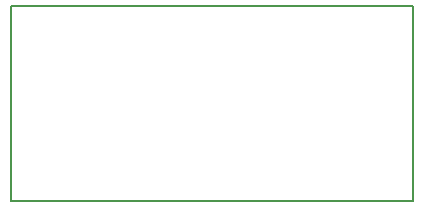
<source format=gm1>
G04 #@! TF.GenerationSoftware,KiCad,Pcbnew,5.0.1-33cea8e~68~ubuntu18.04.1*
G04 #@! TF.CreationDate,2018-11-08T21:15:48+01:00*
G04 #@! TF.ProjectId,audio_interface,617564696F5F696E746572666163652E,rev?*
G04 #@! TF.SameCoordinates,Original*
G04 #@! TF.FileFunction,Profile,NP*
%FSLAX46Y46*%
G04 Gerber Fmt 4.6, Leading zero omitted, Abs format (unit mm)*
G04 Created by KiCad (PCBNEW 5.0.1-33cea8e~68~ubuntu18.04.1) date Do 08 Nov 2018 21:15:48 CET*
%MOMM*%
%LPD*%
G01*
G04 APERTURE LIST*
G04 #@! TA.AperFunction,NonConductor*
%ADD10C,0.200000*%
G04 #@! TD*
G04 APERTURE END LIST*
D10*
G04 #@! TO.C,H1*
X130000000Y-95000000D02*
X164000000Y-95000000D01*
X164000000Y-111500000D02*
X130000000Y-111500000D01*
X130000000Y-111500000D02*
X130000000Y-95000000D01*
X164000000Y-95000000D02*
X164000000Y-111500000D01*
G04 #@! TD*
M02*

</source>
